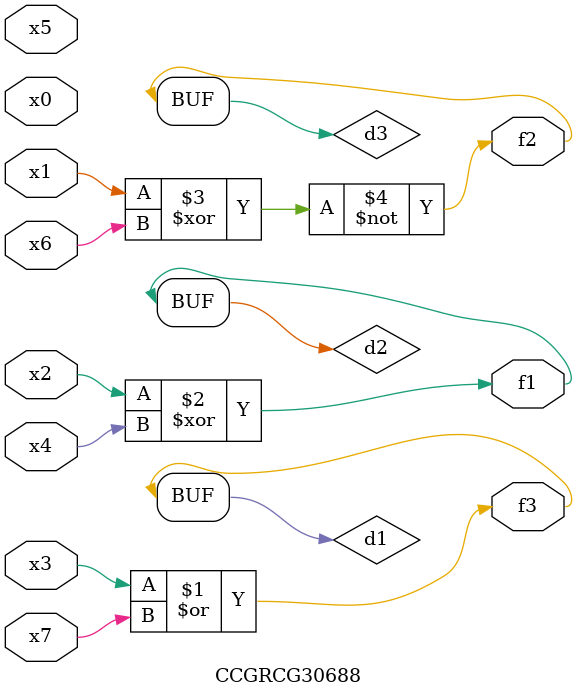
<source format=v>
module CCGRCG30688(
	input x0, x1, x2, x3, x4, x5, x6, x7,
	output f1, f2, f3
);

	wire d1, d2, d3;

	or (d1, x3, x7);
	xor (d2, x2, x4);
	xnor (d3, x1, x6);
	assign f1 = d2;
	assign f2 = d3;
	assign f3 = d1;
endmodule

</source>
